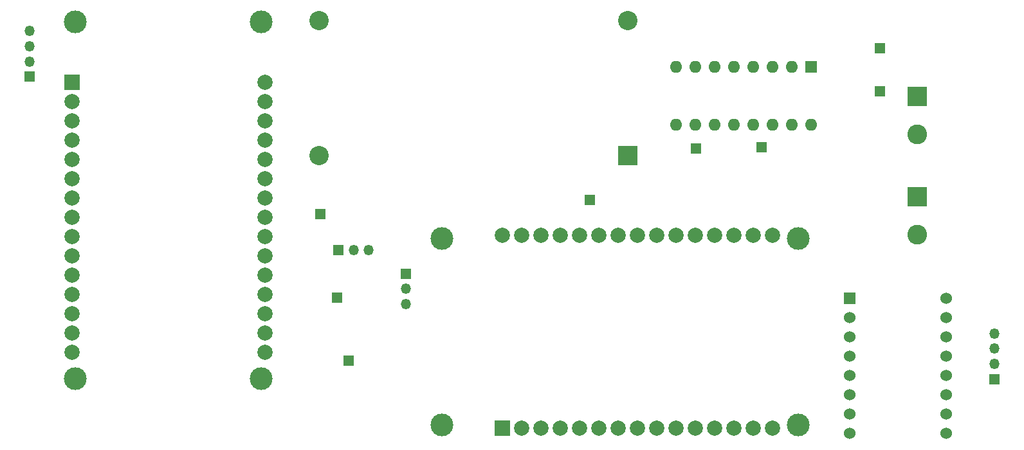
<source format=gbr>
%TF.GenerationSoftware,KiCad,Pcbnew,7.0.1*%
%TF.CreationDate,2023-05-03T15:07:35-05:00*%
%TF.ProjectId,V1,56312e6b-6963-4616-945f-706362585858,rev?*%
%TF.SameCoordinates,Original*%
%TF.FileFunction,Soldermask,Bot*%
%TF.FilePolarity,Negative*%
%FSLAX46Y46*%
G04 Gerber Fmt 4.6, Leading zero omitted, Abs format (unit mm)*
G04 Created by KiCad (PCBNEW 7.0.1) date 2023-05-03 15:07:35*
%MOMM*%
%LPD*%
G01*
G04 APERTURE LIST*
%ADD10R,1.350000X1.350000*%
%ADD11O,1.350000X1.350000*%
%ADD12R,2.600000X2.600000*%
%ADD13C,2.600000*%
%ADD14R,1.600000X1.600000*%
%ADD15O,1.600000X1.600000*%
%ADD16C,3.000000*%
%ADD17R,2.000000X2.000000*%
%ADD18C,2.000000*%
%ADD19R,2.540000X2.540000*%
%ADD20C,2.540000*%
%ADD21R,1.530000X1.530000*%
%ADD22C,1.530000*%
G04 APERTURE END LIST*
D10*
%TO.C,Encoder1*%
X140970000Y-91980000D03*
D11*
X140970000Y-93980000D03*
X140970000Y-95980000D03*
%TD*%
D10*
%TO.C,J5*%
X203403200Y-67970400D03*
%TD*%
%TO.C,Nema17*%
X218440000Y-105870000D03*
D11*
X218440000Y-103870000D03*
X218440000Y-101870000D03*
X218440000Y-99870000D03*
%TD*%
D10*
%TO.C,Temp1*%
X132080000Y-88900000D03*
D11*
X134080000Y-88900000D03*
X136080000Y-88900000D03*
%TD*%
D12*
%TO.C,Pot1*%
X208280000Y-68660000D03*
D13*
X208280000Y-73660000D03*
%TD*%
D14*
%TO.C,U2*%
X194295000Y-64780000D03*
D15*
X191755000Y-64780000D03*
X189215000Y-64780000D03*
X186675000Y-64780000D03*
X184135000Y-64780000D03*
X181595000Y-64780000D03*
X179055000Y-64780000D03*
X176515000Y-64780000D03*
X176515000Y-72400000D03*
X179055000Y-72400000D03*
X181595000Y-72400000D03*
X184135000Y-72400000D03*
X186675000Y-72400000D03*
X189215000Y-72400000D03*
X191755000Y-72400000D03*
X194295000Y-72400000D03*
%TD*%
D10*
%TO.C,J3*%
X187807600Y-75336400D03*
%TD*%
%TO.C,GND*%
X179171600Y-75488800D03*
%TD*%
D16*
%TO.C,U6*%
X145685000Y-111900000D03*
X192635000Y-111900000D03*
X145685000Y-87390000D03*
X192635000Y-87390000D03*
D17*
X153645000Y-112320000D03*
D18*
X156185000Y-112320000D03*
X158725000Y-112320000D03*
X161265000Y-112320000D03*
X163805000Y-112320000D03*
X166345000Y-112320000D03*
X168885000Y-112320000D03*
X171425000Y-112320000D03*
X173965000Y-112320000D03*
X176505000Y-112320000D03*
X179045000Y-112320000D03*
X181585000Y-112320000D03*
X184125000Y-112320000D03*
X186665000Y-112320000D03*
X189205000Y-112320000D03*
X189205000Y-86920000D03*
X186665000Y-86920000D03*
X184125000Y-86920000D03*
X181585000Y-86920000D03*
X179045000Y-86920000D03*
X176505000Y-86920000D03*
X173965000Y-86920000D03*
X171425000Y-86920000D03*
X168885000Y-86920000D03*
X166345000Y-86920000D03*
X163805000Y-86920000D03*
X161265000Y-86920000D03*
X158725000Y-86920000D03*
X156185000Y-86920000D03*
X153645000Y-86920000D03*
%TD*%
D10*
%TO.C,GND*%
X165201600Y-82296000D03*
%TD*%
D19*
%TO.C,U5*%
X170180000Y-76454000D03*
D20*
X170180000Y-58674000D03*
X129540000Y-58674000D03*
X129540000Y-76454000D03*
%TD*%
D10*
%TO.C,HX711*%
X91440000Y-66040000D03*
D11*
X91440000Y-64040000D03*
X91440000Y-62040000D03*
X91440000Y-60040000D03*
%TD*%
D16*
%TO.C,U1*%
X97448000Y-58821000D03*
X97448000Y-105771000D03*
X121958000Y-58821000D03*
X121958000Y-105771000D03*
D17*
X97028000Y-66781000D03*
D18*
X97028000Y-69321000D03*
X97028000Y-71861000D03*
X97028000Y-74401000D03*
X97028000Y-76941000D03*
X97028000Y-79481000D03*
X97028000Y-82021000D03*
X97028000Y-84561000D03*
X97028000Y-87101000D03*
X97028000Y-89641000D03*
X97028000Y-92181000D03*
X97028000Y-94721000D03*
X97028000Y-97261000D03*
X97028000Y-99801000D03*
X97028000Y-102341000D03*
X122428000Y-102341000D03*
X122428000Y-99801000D03*
X122428000Y-97261000D03*
X122428000Y-94721000D03*
X122428000Y-92181000D03*
X122428000Y-89641000D03*
X122428000Y-87101000D03*
X122428000Y-84561000D03*
X122428000Y-82021000D03*
X122428000Y-79481000D03*
X122428000Y-76941000D03*
X122428000Y-74401000D03*
X122428000Y-71861000D03*
X122428000Y-69321000D03*
X122428000Y-66781000D03*
%TD*%
D10*
%TO.C,GND*%
X133451600Y-103428800D03*
%TD*%
%TO.C,GND*%
X203403200Y-62280800D03*
%TD*%
D12*
%TO.C,Bomba1*%
X208280000Y-81828000D03*
D13*
X208280000Y-86828000D03*
%TD*%
D10*
%TO.C,GND*%
X131927600Y-95148400D03*
%TD*%
D21*
%TO.C,U3*%
X199390000Y-95250000D03*
D22*
X199390000Y-97790000D03*
X199390000Y-100330000D03*
X199390000Y-102870000D03*
X199390000Y-105410000D03*
X199390000Y-107950000D03*
X199390000Y-110490000D03*
X199390000Y-113030000D03*
X212090000Y-113030000D03*
X212090000Y-110490000D03*
X212090000Y-107950000D03*
X212090000Y-105410000D03*
X212090000Y-102870000D03*
X212090000Y-100330000D03*
X212090000Y-97790000D03*
X212090000Y-95250000D03*
%TD*%
D10*
%TO.C,PWM*%
X129692400Y-84124800D03*
%TD*%
M02*

</source>
